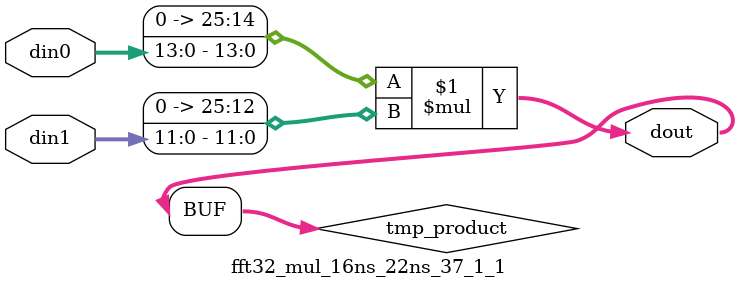
<source format=v>

`timescale 1 ns / 1 ps

  module fft32_mul_16ns_22ns_37_1_1(din0, din1, dout);
parameter ID = 1;
parameter NUM_STAGE = 0;
parameter din0_WIDTH = 14;
parameter din1_WIDTH = 12;
parameter dout_WIDTH = 26;

input [din0_WIDTH - 1 : 0] din0; 
input [din1_WIDTH - 1 : 0] din1; 
output [dout_WIDTH - 1 : 0] dout;

wire signed [dout_WIDTH - 1 : 0] tmp_product;










assign tmp_product = $signed({1'b0, din0}) * $signed({1'b0, din1});











assign dout = tmp_product;







endmodule

</source>
